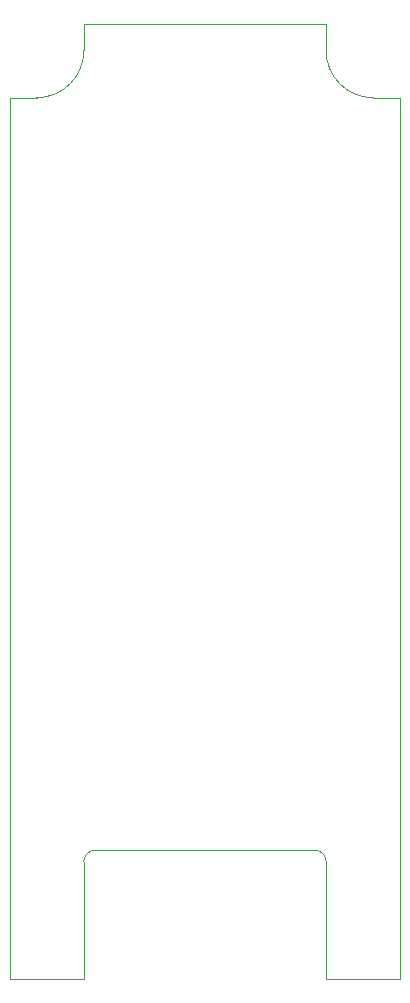
<source format=gbr>
%TF.GenerationSoftware,KiCad,Pcbnew,(5.1.10)-1*%
%TF.CreationDate,2021-10-11T13:20:53+02:00*%
%TF.ProjectId,Fuzz,46757a7a-2e6b-4696-9361-645f70636258,rev?*%
%TF.SameCoordinates,Original*%
%TF.FileFunction,Profile,NP*%
%FSLAX46Y46*%
G04 Gerber Fmt 4.6, Leading zero omitted, Abs format (unit mm)*
G04 Created by KiCad (PCBNEW (5.1.10)-1) date 2021-10-11 13:20:53*
%MOMM*%
%LPD*%
G01*
G04 APERTURE LIST*
%TA.AperFunction,Profile*%
%ADD10C,0.050000*%
%TD*%
G04 APERTURE END LIST*
D10*
X60850000Y-127730000D02*
G75*
G02*
X61850000Y-126730000I1000000J0D01*
G01*
X80390000Y-126730000D02*
G75*
G02*
X81390000Y-127730000I0J-1000000D01*
G01*
X61850000Y-126730000D02*
X80390000Y-126730000D01*
X60850000Y-137630000D02*
X60850000Y-127730000D01*
X54620000Y-137630000D02*
X60850000Y-137630000D01*
X81390000Y-137630000D02*
X81390000Y-127730000D01*
X87620000Y-137630000D02*
X81390000Y-137630000D01*
%TO.C,REF\u002A\u002A*%
X81370000Y-59030000D02*
X81370000Y-56780000D01*
X85370000Y-63030000D02*
X87620000Y-63030000D01*
X60870000Y-59030000D02*
X60870000Y-56780000D01*
X56870000Y-63030000D02*
X54620000Y-63030000D01*
X87620000Y-137630000D02*
X87620000Y-63030000D01*
X60870000Y-56780000D02*
X81370000Y-56780000D01*
X54620000Y-137630000D02*
X54620000Y-63030000D01*
X56870000Y-63030000D02*
G75*
G03*
X60870000Y-59030000I0J4000000D01*
G01*
X81370000Y-59030000D02*
G75*
G03*
X85370000Y-63030000I4000000J0D01*
G01*
%TD*%
M02*

</source>
